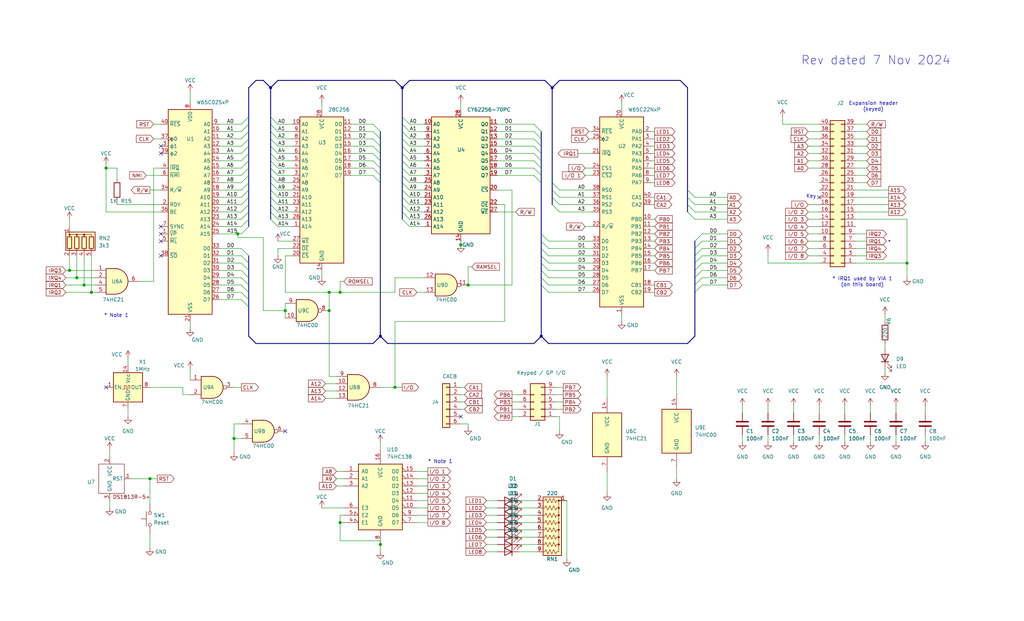
<source format=kicad_sch>
(kicad_sch (version 20231120) (generator "eeschema") (generator_version "8.0")
  (paper "USLegal")
  (junction (at 36.83 58.42))
  (junction (at 93.98 30.48))
  (junction (at 132.08 116.84))
  (junction (at 81.28 152.4))
  (junction (at 82.55 81.28))
  (junction (at 187.96 116.84))
  (junction (at 314.96 91.44))
  (junction (at 132.08 189.23))
  (junction (at 139.7 30.48))
  (junction (at 26.67 96.52))
  (junction (at 118.11 181.61))
  (junction (at 29.21 99.06))
  (junction (at 118.11 101.6))
  (junction (at 162.56 99.06))
  (junction (at 114.3 101.6))
  (junction (at 24.13 93.98))
  (junction (at 114.3 107.95))
  (junction (at 99.06 107.95))
  (junction (at 52.07 166.37))
  (junction (at 137.16 134.62))
  (junction (at 160.02 85.09))
  (junction (at 191.77 30.48))
  (junction (at 31.75 101.6))
  (no_connect (at 99.06 149.86))
  (no_connect (at 55.88 83.82))
  (no_connect (at 160.02 144.78))
  (no_connect (at 36.83 134.62))
  (no_connect (at 55.88 88.9))
  (no_connect (at 55.88 78.74))
  (no_connect (at 55.88 50.8))
  (no_connect (at 55.88 53.34))
  (no_connect (at 55.88 81.28))
  (no_connect (at 284.48 68.58))
  (bus_entry (at 187.96 86.36) (size 2.54 2.54))
  (bus_entry (at 83.82 88.9) (size 2.54 2.54))
  (bus_entry (at 93.98 50.8) (size 2.54 2.54))
  (bus_entry (at 86.36 78.74) (size -2.54 2.54))
  (bus_entry (at 83.82 68.58) (size 2.54 -2.54))
  (bus_entry (at 83.82 66.04) (size 2.54 -2.54))
  (bus_entry (at 139.7 63.5) (size 2.54 2.54))
  (bus_entry (at 129.54 45.72) (size 2.54 2.54))
  (bus_entry (at 93.98 76.2) (size 2.54 2.54))
  (bus_entry (at 129.54 50.8) (size 2.54 2.54))
  (bus_entry (at 83.82 55.88) (size 2.54 -2.54))
  (bus_entry (at 185.42 60.96) (size 2.54 2.54))
  (bus_entry (at 83.82 60.96) (size 2.54 -2.54))
  (bus_entry (at 83.82 53.34) (size 2.54 -2.54))
  (bus_entry (at 83.82 86.36) (size 2.54 2.54))
  (bus_entry (at 83.82 76.2) (size 2.54 -2.54))
  (bus_entry (at 241.3 86.36) (size 2.54 -2.54))
  (bus_entry (at 191.77 63.5) (size 2.54 2.54))
  (bus_entry (at 83.82 73.66) (size 2.54 -2.54))
  (bus_entry (at 139.7 66.04) (size 2.54 2.54))
  (bus_entry (at 139.7 43.18) (size 2.54 2.54))
  (bus_entry (at 129.54 53.34) (size 2.54 2.54))
  (bus_entry (at 129.54 55.88) (size 2.54 2.54))
  (bus_entry (at 83.82 96.52) (size 2.54 2.54))
  (bus_entry (at 83.82 63.5) (size 2.54 -2.54))
  (bus_entry (at 93.98 53.34) (size 2.54 2.54))
  (bus_entry (at 139.7 53.34) (size 2.54 2.54))
  (bus_entry (at 83.82 71.12) (size 2.54 -2.54))
  (bus_entry (at 241.3 83.82) (size 2.54 -2.54))
  (bus_entry (at 185.42 50.8) (size 2.54 2.54))
  (bus_entry (at 139.7 48.26) (size 2.54 2.54))
  (bus_entry (at 238.76 71.12) (size 2.54 2.54))
  (bus_entry (at 83.82 91.44) (size 2.54 2.54))
  (bus_entry (at 129.54 58.42) (size 2.54 2.54))
  (bus_entry (at 129.54 43.18) (size 2.54 2.54))
  (bus_entry (at 129.54 60.96) (size 2.54 2.54))
  (bus_entry (at 238.76 68.58) (size 2.54 2.54))
  (bus_entry (at 93.98 71.12) (size 2.54 2.54))
  (bus_entry (at 83.82 101.6) (size 2.54 2.54))
  (bus_entry (at 93.98 40.64) (size 2.54 2.54))
  (bus_entry (at 185.42 55.88) (size 2.54 2.54))
  (bus_entry (at 187.96 91.44) (size 2.54 2.54))
  (bus_entry (at 191.77 68.58) (size 2.54 2.54))
  (bus_entry (at 139.7 73.66) (size 2.54 2.54))
  (bus_entry (at 83.82 43.18) (size 2.54 -2.54))
  (bus_entry (at 83.82 78.74) (size 2.54 -2.54))
  (bus_entry (at 139.7 58.42) (size 2.54 2.54))
  (bus_entry (at 83.82 58.42) (size 2.54 -2.54))
  (bus_entry (at 187.96 93.98) (size 2.54 2.54))
  (bus_entry (at 238.76 66.04) (size 2.54 2.54))
  (bus_entry (at 93.98 45.72) (size 2.54 2.54))
  (bus_entry (at 93.98 58.42) (size 2.54 2.54))
  (bus_entry (at 191.77 71.12) (size 2.54 2.54))
  (bus_entry (at 139.7 60.96) (size 2.54 2.54))
  (bus_entry (at 241.3 101.6) (size 2.54 -2.54))
  (bus_entry (at 185.42 45.72) (size 2.54 2.54))
  (bus_entry (at 139.7 76.2) (size 2.54 2.54))
  (bus_entry (at 139.7 55.88) (size 2.54 2.54))
  (bus_entry (at 241.3 93.98) (size 2.54 -2.54))
  (bus_entry (at 185.42 48.26) (size 2.54 2.54))
  (bus_entry (at 139.7 45.72) (size 2.54 2.54))
  (bus_entry (at 83.82 104.14) (size 2.54 2.54))
  (bus_entry (at 83.82 93.98) (size 2.54 2.54))
  (bus_entry (at 93.98 48.26) (size 2.54 2.54))
  (bus_entry (at 93.98 43.18) (size 2.54 2.54))
  (bus_entry (at 241.3 99.06) (size 2.54 -2.54))
  (bus_entry (at 187.96 83.82) (size 2.54 2.54))
  (bus_entry (at 191.77 66.04) (size 2.54 2.54))
  (bus_entry (at 185.42 43.18) (size 2.54 2.54))
  (bus_entry (at 139.7 40.64) (size 2.54 2.54))
  (bus_entry (at 187.96 88.9) (size 2.54 2.54))
  (bus_entry (at 238.76 73.66) (size 2.54 2.54))
  (bus_entry (at 129.54 48.26) (size 2.54 2.54))
  (bus_entry (at 185.42 58.42) (size 2.54 2.54))
  (bus_entry (at 185.42 53.34) (size 2.54 2.54))
  (bus_entry (at 83.82 99.06) (size 2.54 2.54))
  (bus_entry (at 93.98 73.66) (size 2.54 2.54))
  (bus_entry (at 139.7 71.12) (size 2.54 2.54))
  (bus_entry (at 93.98 68.58) (size 2.54 2.54))
  (bus_entry (at 241.3 96.52) (size 2.54 -2.54))
  (bus_entry (at 93.98 66.04) (size 2.54 2.54))
  (bus_entry (at 93.98 60.96) (size 2.54 2.54))
  (bus_entry (at 83.82 48.26) (size 2.54 -2.54))
  (bus_entry (at 241.3 88.9) (size 2.54 -2.54))
  (bus_entry (at 139.7 50.8) (size 2.54 2.54))
  (bus_entry (at 83.82 50.8) (size 2.54 -2.54))
  (bus_entry (at 83.82 45.72) (size 2.54 -2.54))
  (bus_entry (at 187.96 81.28) (size 2.54 2.54))
  (bus_entry (at 93.98 63.5) (size 2.54 2.54))
  (bus_entry (at 241.3 91.44) (size 2.54 -2.54))
  (bus_entry (at 187.96 99.06) (size 2.54 2.54))
  (bus_entry (at 93.98 55.88) (size 2.54 2.54))
  (bus_entry (at 139.7 68.58) (size 2.54 2.54))
  (bus_entry (at 187.96 96.52) (size 2.54 2.54))
  (wire (pts (xy 243.84 81.28) (xy 252.73 81.28)))
  (wire (pts (xy 76.2 55.88) (xy 83.82 55.88)))
  (wire (pts (xy 118.11 179.07) (xy 119.38 179.07)))
  (wire (pts (xy 241.3 68.58) (xy 252.73 68.58)))
  (wire (pts (xy 160.02 147.32) (xy 162.56 147.32)))
  (bus (pts (xy 191.77 30.48) (xy 194.31 27.94)))
  (wire (pts (xy 243.84 93.98) (xy 252.73 93.98)))
  (bus (pts (xy 86.36 40.64) (xy 86.36 43.18)))
  (bus (pts (xy 86.36 48.26) (xy 86.36 50.8)))
  (wire (pts (xy 226.06 101.6) (xy 227.33 101.6)))
  (wire (pts (xy 297.18 76.2) (xy 314.96 76.2)))
  (bus (pts (xy 86.36 30.48) (xy 86.36 40.64)))
  (wire (pts (xy 226.06 60.96) (xy 227.33 60.96)))
  (wire (pts (xy 168.91 179.07) (xy 172.72 179.07)))
  (wire (pts (xy 114.3 130.81) (xy 116.84 130.81)))
  (wire (pts (xy 297.18 88.9) (xy 300.99 88.9)))
  (wire (pts (xy 241.3 73.66) (xy 252.73 73.66)))
  (wire (pts (xy 76.2 73.66) (xy 83.82 73.66)))
  (wire (pts (xy 114.3 107.95) (xy 114.3 130.81)))
  (wire (pts (xy 193.04 139.7) (xy 195.58 139.7)))
  (bus (pts (xy 187.96 50.8) (xy 187.96 53.34)))
  (wire (pts (xy 22.86 99.06) (xy 29.21 99.06)))
  (bus (pts (xy 241.3 86.36) (xy 241.3 88.9)))
  (wire (pts (xy 50.8 60.96) (xy 55.88 60.96)))
  (wire (pts (xy 284.48 151.13) (xy 284.48 153.67)))
  (bus (pts (xy 93.98 63.5) (xy 93.98 60.96)))
  (bus (pts (xy 187.96 60.96) (xy 187.96 63.5)))
  (wire (pts (xy 53.34 48.26) (xy 55.88 48.26)))
  (wire (pts (xy 180.34 191.77) (xy 186.69 191.77)))
  (bus (pts (xy 187.96 55.88) (xy 187.96 58.42)))
  (wire (pts (xy 243.84 88.9) (xy 252.73 88.9)))
  (wire (pts (xy 226.06 45.72) (xy 227.33 45.72)))
  (wire (pts (xy 280.67 50.8) (xy 284.48 50.8)))
  (wire (pts (xy 302.26 151.13) (xy 302.26 153.67)))
  (wire (pts (xy 280.67 83.82) (xy 284.48 83.82)))
  (wire (pts (xy 297.18 71.12) (xy 308.61 71.12)))
  (wire (pts (xy 215.9 109.22) (xy 215.9 111.76)))
  (wire (pts (xy 40.64 58.42) (xy 40.64 62.23)))
  (bus (pts (xy 93.98 71.12) (xy 93.98 68.58)))
  (wire (pts (xy 280.67 88.9) (xy 284.48 88.9)))
  (bus (pts (xy 88.9 27.94) (xy 91.44 27.94)))
  (wire (pts (xy 172.72 66.04) (xy 177.8 66.04)))
  (wire (pts (xy 142.24 60.96) (xy 147.32 60.96)))
  (bus (pts (xy 93.98 53.34) (xy 93.98 50.8)))
  (bus (pts (xy 93.98 58.42) (xy 93.98 55.88)))
  (bus (pts (xy 185.42 119.38) (xy 187.96 116.84)))
  (bus (pts (xy 86.36 106.68) (xy 86.36 116.84)))
  (wire (pts (xy 226.06 63.5) (xy 227.33 63.5)))
  (wire (pts (xy 226.06 99.06) (xy 227.33 99.06)))
  (wire (pts (xy 96.52 48.26) (xy 101.6 48.26)))
  (wire (pts (xy 297.18 55.88) (xy 300.99 55.88)))
  (wire (pts (xy 96.52 66.04) (xy 101.6 66.04)))
  (wire (pts (xy 257.81 140.97) (xy 257.81 143.51)))
  (bus (pts (xy 139.7 30.48) (xy 142.24 27.94)))
  (bus (pts (xy 187.96 91.44) (xy 187.96 93.98)))
  (wire (pts (xy 142.24 71.12) (xy 147.32 71.12)))
  (wire (pts (xy 177.8 66.04) (xy 177.8 99.06)))
  (wire (pts (xy 280.67 76.2) (xy 284.48 76.2)))
  (wire (pts (xy 76.2 93.98) (xy 83.82 93.98)))
  (wire (pts (xy 194.31 68.58) (xy 205.74 68.58)))
  (wire (pts (xy 113.03 135.89) (xy 116.84 135.89)))
  (bus (pts (xy 93.98 55.88) (xy 93.98 53.34)))
  (bus (pts (xy 132.08 63.5) (xy 132.08 116.84)))
  (wire (pts (xy 172.72 50.8) (xy 185.42 50.8)))
  (wire (pts (xy 83.82 147.32) (xy 81.28 147.32)))
  (wire (pts (xy 226.06 68.58) (xy 227.33 68.58)))
  (wire (pts (xy 121.92 43.18) (xy 129.54 43.18)))
  (wire (pts (xy 121.92 60.96) (xy 129.54 60.96)))
  (bus (pts (xy 187.96 63.5) (xy 187.96 81.28)))
  (wire (pts (xy 284.48 91.44) (xy 266.7 91.44)))
  (wire (pts (xy 172.72 58.42) (xy 185.42 58.42)))
  (bus (pts (xy 194.31 27.94) (xy 236.22 27.94)))
  (wire (pts (xy 297.18 83.82) (xy 300.99 83.82)))
  (wire (pts (xy 243.84 96.52) (xy 252.73 96.52)))
  (wire (pts (xy 22.86 101.6) (xy 31.75 101.6)))
  (bus (pts (xy 187.96 99.06) (xy 187.96 116.84)))
  (bus (pts (xy 139.7 48.26) (xy 139.7 50.8)))
  (wire (pts (xy 210.82 163.83) (xy 210.82 171.45)))
  (bus (pts (xy 93.98 60.96) (xy 93.98 58.42)))
  (wire (pts (xy 76.2 78.74) (xy 83.82 78.74)))
  (wire (pts (xy 243.84 91.44) (xy 252.73 91.44)))
  (wire (pts (xy 226.06 50.8) (xy 227.33 50.8)))
  (bus (pts (xy 139.7 43.18) (xy 139.7 45.72)))
  (wire (pts (xy 275.59 140.97) (xy 275.59 143.51)))
  (bus (pts (xy 139.7 55.88) (xy 139.7 58.42)))
  (wire (pts (xy 38.1 173.99) (xy 38.1 176.53)))
  (bus (pts (xy 191.77 66.04) (xy 191.77 68.58)))
  (bus (pts (xy 86.36 58.42) (xy 86.36 60.96)))
  (wire (pts (xy 160.02 35.56) (xy 160.02 38.1)))
  (wire (pts (xy 271.78 40.64) (xy 271.78 43.18)))
  (wire (pts (xy 280.67 55.88) (xy 284.48 55.88)))
  (wire (pts (xy 121.92 58.42) (xy 129.54 58.42)))
  (wire (pts (xy 121.92 50.8) (xy 129.54 50.8)))
  (wire (pts (xy 180.34 181.61) (xy 186.69 181.61)))
  (bus (pts (xy 238.76 119.38) (xy 241.3 116.84)))
  (wire (pts (xy 132.08 134.62) (xy 137.16 134.62)))
  (bus (pts (xy 132.08 116.84) (xy 134.62 119.38)))
  (wire (pts (xy 52.07 134.62) (xy 63.5 134.62)))
  (wire (pts (xy 193.04 134.62) (xy 195.58 134.62)))
  (bus (pts (xy 191.77 30.48) (xy 191.77 63.5)))
  (wire (pts (xy 118.11 97.79) (xy 118.11 101.6)))
  (wire (pts (xy 40.64 69.85) (xy 40.64 71.12)))
  (bus (pts (xy 139.7 45.72) (xy 139.7 48.26)))
  (bus (pts (xy 139.7 50.8) (xy 139.7 53.34)))
  (wire (pts (xy 137.16 96.52) (xy 137.16 101.6)))
  (wire (pts (xy 234.95 130.81) (xy 234.95 137.16)))
  (wire (pts (xy 302.26 140.97) (xy 302.26 143.51)))
  (wire (pts (xy 144.78 176.53) (xy 148.59 176.53)))
  (wire (pts (xy 142.24 50.8) (xy 147.32 50.8)))
  (wire (pts (xy 45.72 166.37) (xy 52.07 166.37)))
  (bus (pts (xy 139.7 58.42) (xy 139.7 60.96)))
  (wire (pts (xy 194.31 144.78) (xy 194.31 149.86)))
  (wire (pts (xy 180.34 173.99) (xy 186.69 173.99)))
  (wire (pts (xy 132.08 189.23) (xy 132.08 191.77)))
  (wire (pts (xy 297.18 43.18) (xy 300.99 43.18)))
  (wire (pts (xy 275.59 151.13) (xy 275.59 153.67)))
  (wire (pts (xy 297.18 53.34) (xy 300.99 53.34)))
  (wire (pts (xy 36.83 58.42) (xy 40.64 58.42)))
  (wire (pts (xy 66.04 111.76) (xy 66.04 114.3)))
  (wire (pts (xy 29.21 99.06) (xy 33.02 99.06)))
  (bus (pts (xy 132.08 53.34) (xy 132.08 55.88)))
  (wire (pts (xy 297.18 81.28) (xy 300.99 81.28)))
  (wire (pts (xy 266.7 151.13) (xy 266.7 153.67)))
  (wire (pts (xy 121.92 45.72) (xy 129.54 45.72)))
  (wire (pts (xy 142.24 78.74) (xy 147.32 78.74)))
  (bus (pts (xy 139.7 53.34) (xy 139.7 55.88)))
  (wire (pts (xy 203.2 78.74) (xy 205.74 78.74)))
  (wire (pts (xy 160.02 85.09) (xy 160.02 86.36)))
  (wire (pts (xy 76.2 96.52) (xy 83.82 96.52)))
  (wire (pts (xy 297.18 86.36) (xy 300.99 86.36)))
  (bus (pts (xy 187.96 116.84) (xy 190.5 119.38)))
  (wire (pts (xy 137.16 111.76) (xy 175.26 111.76)))
  (wire (pts (xy 81.28 147.32) (xy 81.28 152.4)))
  (bus (pts (xy 238.76 66.04) (xy 238.76 68.58)))
  (bus (pts (xy 187.96 93.98) (xy 187.96 96.52)))
  (bus (pts (xy 86.36 99.06) (xy 86.36 101.6)))
  (bus (pts (xy 139.7 63.5) (xy 139.7 66.04)))
  (wire (pts (xy 297.18 48.26) (xy 300.99 48.26)))
  (bus (pts (xy 139.7 60.96) (xy 139.7 63.5)))
  (wire (pts (xy 321.31 151.13) (xy 321.31 153.67)))
  (bus (pts (xy 139.7 66.04) (xy 139.7 68.58)))
  (wire (pts (xy 297.18 66.04) (xy 308.61 66.04)))
  (bus (pts (xy 137.16 27.94) (xy 139.7 30.48)))
  (wire (pts (xy 36.83 58.42) (xy 36.83 73.66)))
  (bus (pts (xy 187.96 83.82) (xy 187.96 86.36)))
  (wire (pts (xy 266.7 140.97) (xy 266.7 143.51)))
  (wire (pts (xy 76.2 91.44) (xy 83.82 91.44)))
  (wire (pts (xy 96.52 43.18) (xy 101.6 43.18)))
  (wire (pts (xy 40.64 71.12) (xy 55.88 71.12)))
  (bus (pts (xy 139.7 40.64) (xy 139.7 43.18)))
  (wire (pts (xy 96.52 71.12) (xy 101.6 71.12)))
  (wire (pts (xy 280.67 78.74) (xy 284.48 78.74)))
  (wire (pts (xy 29.21 88.9) (xy 29.21 99.06)))
  (wire (pts (xy 280.67 45.72) (xy 284.48 45.72)))
  (wire (pts (xy 280.67 71.12) (xy 284.48 71.12)))
  (wire (pts (xy 76.2 68.58) (xy 83.82 68.58)))
  (wire (pts (xy 280.67 53.34) (xy 284.48 53.34)))
  (wire (pts (xy 52.07 66.04) (xy 55.88 66.04)))
  (wire (pts (xy 193.04 144.78) (xy 194.31 144.78)))
  (wire (pts (xy 76.2 88.9) (xy 83.82 88.9)))
  (wire (pts (xy 177.8 139.7) (xy 180.34 139.7)))
  (wire (pts (xy 144.78 179.07) (xy 148.59 179.07)))
  (wire (pts (xy 168.91 176.53) (xy 172.72 176.53)))
  (wire (pts (xy 226.06 91.44) (xy 227.33 91.44)))
  (wire (pts (xy 142.24 66.04) (xy 147.32 66.04)))
  (bus (pts (xy 86.36 73.66) (xy 86.36 76.2)))
  (bus (pts (xy 236.22 27.94) (xy 238.76 30.48)))
  (bus (pts (xy 241.3 96.52) (xy 241.3 99.06)))
  (wire (pts (xy 44.45 142.24) (xy 44.45 144.78)))
  (wire (pts (xy 144.78 168.91) (xy 148.59 168.91)))
  (bus (pts (xy 132.08 58.42) (xy 132.08 60.96)))
  (wire (pts (xy 76.2 60.96) (xy 83.82 60.96)))
  (wire (pts (xy 76.2 63.5) (xy 83.82 63.5)))
  (wire (pts (xy 113.03 138.43) (xy 116.84 138.43)))
  (wire (pts (xy 44.45 124.46) (xy 44.45 127)))
  (wire (pts (xy 160.02 137.16) (xy 161.29 137.16)))
  (bus (pts (xy 93.98 48.26) (xy 93.98 45.72)))
  (wire (pts (xy 168.91 184.15) (xy 172.72 184.15)))
  (wire (pts (xy 142.24 45.72) (xy 147.32 45.72)))
  (wire (pts (xy 193.04 142.24) (xy 195.58 142.24)))
  (bus (pts (xy 241.3 99.06) (xy 241.3 101.6)))
  (wire (pts (xy 76.2 45.72) (xy 83.82 45.72)))
  (wire (pts (xy 172.72 55.88) (xy 185.42 55.88)))
  (wire (pts (xy 226.06 53.34) (xy 227.33 53.34)))
  (bus (pts (xy 86.36 104.14) (xy 86.36 106.68)))
  (wire (pts (xy 63.5 134.62) (xy 63.5 137.16)))
  (wire (pts (xy 99.06 88.9) (xy 99.06 101.6)))
  (bus (pts (xy 187.96 53.34) (xy 187.96 55.88)))
  (bus (pts (xy 86.36 71.12) (xy 86.36 73.66)))
  (bus (pts (xy 241.3 88.9) (xy 241.3 91.44)))
  (wire (pts (xy 31.75 88.9) (xy 31.75 101.6)))
  (wire (pts (xy 76.2 66.04) (xy 83.82 66.04)))
  (wire (pts (xy 118.11 181.61) (xy 119.38 181.61)))
  (wire (pts (xy 99.06 101.6) (xy 114.3 101.6)))
  (bus (pts (xy 142.24 27.94) (xy 189.23 27.94)))
  (wire (pts (xy 180.34 186.69) (xy 186.69 186.69)))
  (bus (pts (xy 86.36 45.72) (xy 86.36 48.26)))
  (wire (pts (xy 280.67 86.36) (xy 284.48 86.36)))
  (wire (pts (xy 297.18 60.96) (xy 300.99 60.96)))
  (bus (pts (xy 86.36 101.6) (xy 86.36 104.14)))
  (wire (pts (xy 142.24 58.42) (xy 147.32 58.42)))
  (wire (pts (xy 190.5 83.82) (xy 205.74 83.82)))
  (wire (pts (xy 137.16 111.76) (xy 137.16 134.62)))
  (wire (pts (xy 96.52 73.66) (xy 101.6 73.66)))
  (wire (pts (xy 113.03 133.35) (xy 116.84 133.35)))
  (wire (pts (xy 76.2 81.28) (xy 82.55 81.28)))
  (wire (pts (xy 53.34 43.18) (xy 55.88 43.18)))
  (bus (pts (xy 241.3 101.6) (xy 241.3 116.84)))
  (bus (pts (xy 96.52 27.94) (xy 137.16 27.94)))
  (bus (pts (xy 86.36 43.18) (xy 86.36 45.72)))
  (bus (pts (xy 93.98 73.66) (xy 93.98 71.12)))
  (wire (pts (xy 142.24 68.58) (xy 147.32 68.58)))
  (wire (pts (xy 168.91 173.99) (xy 172.72 173.99)))
  (wire (pts (xy 142.24 48.26) (xy 147.32 48.26)))
  (wire (pts (xy 96.52 68.58) (xy 101.6 68.58)))
  (wire (pts (xy 162.56 92.71) (xy 163.83 92.71)))
  (wire (pts (xy 81.28 134.62) (xy 83.82 134.62)))
  (bus (pts (xy 189.23 27.94) (xy 191.77 30.48)))
  (wire (pts (xy 22.86 93.98) (xy 24.13 93.98)))
  (wire (pts (xy 142.24 73.66) (xy 147.32 73.66)))
  (wire (pts (xy 160.02 142.24) (xy 161.29 142.24)))
  (wire (pts (xy 111.76 176.53) (xy 119.38 176.53)))
  (bus (pts (xy 86.36 63.5) (xy 86.36 66.04)))
  (wire (pts (xy 280.67 81.28) (xy 284.48 81.28)))
  (wire (pts (xy 144.78 101.6) (xy 147.32 101.6)))
  (wire (pts (xy 168.91 186.69) (xy 172.72 186.69)))
  (wire (pts (xy 91.44 82.55) (xy 91.44 107.95)))
  (wire (pts (xy 204.47 45.72) (xy 205.74 45.72)))
  (wire (pts (xy 180.34 189.23) (xy 186.69 189.23)))
  (wire (pts (xy 96.52 53.34) (xy 101.6 53.34)))
  (wire (pts (xy 241.3 71.12) (xy 252.73 71.12)))
  (wire (pts (xy 226.06 93.98) (xy 227.33 93.98)))
  (wire (pts (xy 200.66 53.34) (xy 205.74 53.34)))
  (wire (pts (xy 36.83 73.66) (xy 55.88 73.66)))
  (bus (pts (xy 93.98 66.04) (xy 93.98 63.5)))
  (bus (pts (xy 93.98 50.8) (xy 93.98 48.26)))
  (wire (pts (xy 52.07 185.42) (xy 52.07 190.5)))
  (bus (pts (xy 187.96 45.72) (xy 187.96 48.26)))
  (wire (pts (xy 81.28 152.4) (xy 81.28 157.48)))
  (wire (pts (xy 190.5 96.52) (xy 205.74 96.52)))
  (wire (pts (xy 168.91 181.61) (xy 172.72 181.61)))
  (bus (pts (xy 86.36 66.04) (xy 86.36 68.58)))
  (wire (pts (xy 22.86 96.52) (xy 26.67 96.52)))
  (wire (pts (xy 226.06 76.2) (xy 227.33 76.2)))
  (bus (pts (xy 86.36 60.96) (xy 86.36 63.5)))
  (wire (pts (xy 311.15 140.97) (xy 311.15 143.51)))
  (bus (pts (xy 134.62 119.38) (xy 185.42 119.38)))
  (wire (pts (xy 76.2 86.36) (xy 83.82 86.36)))
  (bus (pts (xy 93.98 30.48) (xy 93.98 40.64)))
  (bus (pts (xy 187.96 86.36) (xy 187.96 88.9)))
  (bus (pts (xy 86.36 93.98) (xy 86.36 96.52)))
  (wire (pts (xy 111.76 35.56) (xy 111.76 38.1)))
  (wire (pts (xy 121.92 55.88) (xy 129.54 55.88)))
  (wire (pts (xy 144.78 163.83) (xy 148.59 163.83)))
  (wire (pts (xy 190.5 86.36) (xy 205.74 86.36)))
  (wire (pts (xy 180.34 176.53) (xy 186.69 176.53)))
  (wire (pts (xy 297.18 73.66) (xy 308.61 73.66)))
  (bus (pts (xy 238.76 71.12) (xy 238.76 73.66)))
  (bus (pts (xy 139.7 71.12) (xy 139.7 73.66)))
  (wire (pts (xy 280.67 48.26) (xy 284.48 48.26)))
  (bus (pts (xy 238.76 68.58) (xy 238.76 71.12)))
  (wire (pts (xy 160.02 134.62) (xy 161.29 134.62)))
  (wire (pts (xy 52.07 166.37) (xy 54.61 166.37)))
  (wire (pts (xy 114.3 101.6) (xy 118.11 101.6)))
  (wire (pts (xy 142.24 63.5) (xy 147.32 63.5)))
  (wire (pts (xy 226.06 78.74) (xy 227.33 78.74)))
  (bus (pts (xy 86.36 76.2) (xy 86.36 78.74)))
  (bus (pts (xy 190.5 119.38) (xy 238.76 119.38)))
  (bus (pts (xy 93.98 43.18) (xy 93.98 40.64)))
  (wire (pts (xy 96.52 76.2) (xy 101.6 76.2)))
  (wire (pts (xy 284.48 43.18) (xy 271.78 43.18)))
  (wire (pts (xy 177.8 144.78) (xy 180.34 144.78)))
  (bus (pts (xy 132.08 60.96) (xy 132.08 63.5)))
  (wire (pts (xy 297.18 63.5) (xy 300.99 63.5)))
  (wire (pts (xy 226.06 86.36) (xy 227.33 86.36)))
  (bus (pts (xy 241.3 91.44) (xy 241.3 93.98)))
  (bus (pts (xy 129.54 119.38) (xy 132.08 116.84)))
  (wire (pts (xy 118.11 97.79) (xy 119.38 97.79)))
  (bus (pts (xy 86.36 88.9) (xy 86.36 91.44)))
  (wire (pts (xy 226.06 55.88) (xy 227.33 55.88)))
  (wire (pts (xy 172.72 73.66) (xy 179.07 73.66)))
  (bus (pts (xy 93.98 30.48) (xy 96.52 27.94)))
  (wire (pts (xy 172.72 43.18) (xy 185.42 43.18)))
  (wire (pts (xy 76.2 48.26) (xy 83.82 48.26)))
  (wire (pts (xy 160.02 83.82) (xy 160.02 85.09)))
  (wire (pts (xy 226.06 88.9) (xy 227.33 88.9)))
  (bus (pts (xy 187.96 58.42) (xy 187.96 60.96)))
  (wire (pts (xy 172.72 48.26) (xy 185.42 48.26)))
  (bus (pts (xy 86.36 116.84) (xy 88.9 119.38)))
  (wire (pts (xy 172.72 53.34) (xy 185.42 53.34)))
  (wire (pts (xy 76.2 76.2) (xy 83.82 76.2)))
  (bus (pts (xy 93.98 45.72) (xy 93.98 43.18)))
  (bus (pts (xy 187.96 96.52) (xy 187.96 99.06)))
  (wire (pts (xy 162.56 92.71) (xy 162.56 99.06)))
  (bus (pts (xy 139.7 73.66) (xy 139.7 76.2)))
  (bus (pts (xy 93.98 76.2) (xy 93.98 73.66)))
  (wire (pts (xy 226.06 48.26) (xy 227.33 48.26)))
  (wire (pts (xy 175.26 71.12) (xy 175.26 111.76)))
  (wire (pts (xy 172.72 71.12) (xy 175.26 71.12)))
  (wire (pts (xy 144.78 173.99) (xy 148.59 173.99)))
  (wire (pts (xy 81.28 152.4) (xy 83.82 152.4)))
  (wire (pts (xy 234.95 162.56) (xy 234.95 166.37)))
  (wire (pts (xy 168.91 189.23) (xy 172.72 189.23)))
  (bus (pts (xy 132.08 55.88) (xy 132.08 58.42)))
  (wire (pts (xy 96.52 86.36) (xy 101.6 86.36)))
  (wire (pts (xy 91.44 107.95) (xy 99.06 107.95)))
  (wire (pts (xy 118.11 101.6) (xy 137.16 101.6)))
  (wire (pts (xy 76.2 58.42) (xy 83.82 58.42)))
  (wire (pts (xy 99.06 88.9) (xy 101.6 88.9)))
  (wire (pts (xy 257.81 151.13) (xy 257.81 153.67)))
  (wire (pts (xy 196.85 173.99) (xy 196.85 194.31)))
  (wire (pts (xy 48.26 97.79) (xy 53.34 97.79)))
  (wire (pts (xy 284.48 140.97) (xy 284.48 143.51)))
  (wire (pts (xy 297.18 50.8) (xy 300.99 50.8)))
  (wire (pts (xy 114.3 101.6) (xy 114.3 107.95)))
  (wire (pts (xy 314.96 76.2) (xy 314.96 91.44)))
  (wire (pts (xy 24.13 88.9) (xy 24.13 93.98)))
  (wire (pts (xy 162.56 147.32) (xy 162.56 148.59)))
  (wire (pts (xy 118.11 179.07) (xy 118.11 181.61)))
  (wire (pts (xy 66.04 31.75) (xy 66.04 35.56)))
  (wire (pts (xy 194.31 71.12) (xy 205.74 71.12)))
  (wire (pts (xy 297.18 91.44) (xy 314.96 91.44)))
  (wire (pts (xy 321.31 140.97) (xy 321.31 143.51)))
  (bus (pts (xy 187.96 48.26) (xy 187.96 50.8)))
  (bus (pts (xy 86.36 68.58) (xy 86.36 71.12)))
  (wire (pts (xy 266.7 87.63) (xy 266.7 91.44)))
  (wire (pts (xy 314.96 91.44) (xy 314.96 96.52)))
  (wire (pts (xy 82.55 81.28) (xy 83.82 81.28)))
  (wire (pts (xy 52.07 166.37) (xy 52.07 175.26)))
  (wire (pts (xy 160.02 139.7) (xy 161.29 139.7)))
  (bus (pts (xy 191.77 68.58) (xy 191.77 71.12)))
  (wire (pts (xy 142.24 43.18) (xy 147.32 43.18)))
  (bus (pts (xy 241.3 83.82) (xy 241.3 86.36)))
  (wire (pts (xy 297.18 45.72) (xy 300.99 45.72)))
  (bus (pts (xy 91.44 27.94) (xy 93.98 30.48)))
  (bus (pts (xy 86.36 50.8) (xy 86.36 53.34)))
  (wire (pts (xy 142.24 53.34) (xy 147.32 53.34)))
  (wire (pts (xy 76.2 101.6) (xy 83.82 101.6)))
  (wire (pts (xy 121.92 48.26) (xy 129.54 48.26)))
  (bus (pts (xy 93.98 68.58) (xy 93.98 66.04)))
  (wire (pts (xy 96.52 78.74) (xy 101.6 78.74)))
  (wire (pts (xy 116.84 168.91) (xy 119.38 168.91)))
  (wire (pts (xy 137.16 96.52) (xy 147.32 96.52)))
  (wire (pts (xy 180.34 184.15) (xy 186.69 184.15)))
  (wire (pts (xy 243.84 86.36) (xy 252.73 86.36)))
  (wire (pts (xy 142.24 55.88) (xy 147.32 55.88)))
  (wire (pts (xy 177.8 142.24) (xy 180.34 142.24)))
  (wire (pts (xy 116.84 163.83) (xy 119.38 163.83)))
  (wire (pts (xy 96.52 83.82) (xy 101.6 83.82)))
  (wire (pts (xy 76.2 53.34) (xy 83.82 53.34)))
  (wire (pts (xy 203.2 58.42) (xy 205.74 58.42)))
  (bus (pts (xy 139.7 68.58) (xy 139.7 71.12)))
  (wire (pts (xy 226.06 71.12) (xy 227.33 71.12)))
  (wire (pts (xy 144.78 166.37) (xy 148.59 166.37)))
  (wire (pts (xy 241.3 76.2) (xy 252.73 76.2)))
  (wire (pts (xy 311.15 151.13) (xy 311.15 153.67)))
  (wire (pts (xy 99.06 107.95) (xy 99.06 110.49)))
  (wire (pts (xy 293.37 151.13) (xy 293.37 153.67)))
  (wire (pts (xy 118.11 181.61) (xy 118.11 187.96)))
  (wire (pts (xy 82.55 82.55) (xy 91.44 82.55)))
  (bus (pts (xy 86.36 96.52) (xy 86.36 99.06)))
  (bus (pts (xy 86.36 91.44) (xy 86.36 93.98)))
  (bus (pts (xy 238.76 30.48) (xy 238.76 66.04)))
  (bus (pts (xy 86.36 30.48) (xy 88.9 27.94)))
  (bus (pts (xy 191.77 63.5) (xy 191.77 66.04)))
  (wire (pts (xy 190.5 99.06) (xy 205.74 99.06)))
  (wire (pts (xy 66.04 128.27) (xy 66.04 132.08)))
  (wire (pts (xy 24.13 76.2) (xy 24.13 78.74)))
  (wire (pts (xy 76.2 104.14) (xy 83.82 104.14)))
  (bus (pts (xy 241.3 93.98) (xy 241.3 96.52)))
  (wire (pts (xy 243.84 99.06) (xy 252.73 99.06)))
  (wire (pts (xy 76.2 43.18) (xy 83.82 43.18)))
  (wire (pts (xy 96.52 63.5) (xy 101.6 63.5)))
  (bus (pts (xy 86.36 55.88) (xy 86.36 58.42)))
  (wire (pts (xy 76.2 71.12) (xy 83.82 71.12)))
  (wire (pts (xy 280.67 58.42) (xy 284.48 58.42)))
  (wire (pts (xy 26.67 88.9) (xy 26.67 96.52)))
  (bus (pts (xy 139.7 30.48) (xy 139.7 40.64)))
  (wire (pts (xy 26.67 96.52) (xy 33.02 96.52)))
  (wire (pts (xy 193.04 137.16) (xy 195.58 137.16)))
  (wire (pts (xy 190.5 88.9) (xy 205.74 88.9)))
  (wire (pts (xy 172.72 45.72) (xy 185.42 45.72)))
  (bus (pts (xy 88.9 119.38) (xy 129.54 119.38)))
  (wire (pts (xy 204.47 48.26) (xy 205.74 48.26)))
  (wire (pts (xy 144.78 171.45) (xy 148.59 171.45)))
  (wire (pts (xy 137.16 134.62) (xy 139.7 134.62)))
  (wire (pts (xy 132.08 187.96) (xy 132.08 189.23)))
  (wire (pts (xy 53.34 58.42) (xy 55.88 58.42)))
  (wire (pts (xy 226.06 58.42) (xy 227.33 58.42)))
  (wire (pts (xy 76.2 99.06) (xy 83.82 99.06)))
  (wire (pts (xy 297.18 58.42) (xy 300.99 58.42)))
  (wire (pts (xy 144.78 181.61) (xy 148.59 181.61)))
  (wire (pts (xy 99.06 105.41) (xy 99.06 107.95)))
  (wire (pts (xy 177.8 137.16) (xy 180.34 137.16)))
  (wire (pts (xy 96.52 50.8) (xy 101.6 50.8)))
  (wire (pts (xy 82.55 81.28) (xy 82.55 82.55)))
  (wire (pts (xy 162.56 99.06) (xy 177.8 99.06)))
  (wire (pts (xy 226.06 81.28) (xy 227.33 81.28)))
  (wire (pts (xy 96.52 86.36) (xy 96.52 88.9)))
  (wire (pts (xy 96.52 60.96) (xy 101.6 60.96)))
  (wire (pts (xy 38.1 156.21) (xy 38.1 158.75)))
  (wire (pts (xy 96.52 45.72) (xy 101.6 45.72)))
  (wire (pts (xy 31.75 101.6) (xy 33.02 101.6)))
  (wire (pts (xy 210.82 130.81) (xy 210.82 138.43)))
  (bus (pts (xy 132.08 48.26) (xy 132.08 50.8)))
  (wire (pts (xy 96.52 55.88) (xy 101.6 55.88)))
  (wire (pts (xy 96.52 58.42) (xy 101.6 58.42)))
  (wire (pts (xy 132.08 153.67) (xy 132.08 156.21)))
  (bus (pts (xy 187.96 88.9) (xy 187.96 91.44)))
  (wire (pts (xy 307.34 119.38) (xy 307.34 120.65)))
  (wire (pts (xy 142.24 76.2) (xy 147.32 76.2)))
  (wire (pts (xy 226.06 83.82) (xy 227.33 83.82)))
  (wire (pts (xy 215.9 35.56) (xy 215.9 38.1)))
  (wire (pts (xy 194.31 66.04) (xy 205.74 66.04)))
  (wire (pts (xy 194.31 73.66) (xy 205.74 73.66)))
  (wire (pts (xy 180.34 179.07) (xy 186.69 179.07)))
  (wire (pts (xy 168.91 191.77) (xy 172.72 191.77)))
  (wire (pts (xy 66.04 137.16) (xy 63.5 137.16)))
  (wire (pts (xy 190.5 91.44) (xy 205.74 91.44)))
  (wire (pts (xy 243.84 83.82) (xy 252.73 83.82)))
  (wire (pts (xy 190.5 93.98) (xy 205.74 93.98)))
  (wire (pts (xy 111.76 93.98) (xy 111.76 96.52)))
  (wire (pts (xy 121.92 53.34) (xy 129.54 53.34)))
  (wire (pts (xy 307.34 128.27) (xy 307.34 129.54)))
  (wire (pts (xy 297.18 68.58) (xy 308.61 68.58)))
  (wire (pts (xy 24.13 93.98) (xy 33.02 93.98)))
  (wire (pts (xy 116.84 166.37) (xy 119.38 166.37)))
  (wire (pts (xy 36.83 57.15) (xy 36.83 58.42)))
  (wire (pts (xy 293.37 140.97) (xy 293.37 143.51)))
  (bus (pts (xy 86.36 53.34) (xy 86.36 55.88)))
  (wire (pts (xy 307.34 109.22) (xy 307.34 111.76)))
  (wire (pts (xy 172.72 60.96) (xy 185.42 60.96)))
  (wire (pts (xy 76.2 50.8) (xy 83.82 50.8)))
  (bus (pts (xy 132.08 45.72) (xy 132.08 48.26)))
  (bus (pts (xy 132.08 50.8) (xy 132.08 53.34)))
  (wire (pts (xy 190.5 101.6) (xy 205.74 101.6)))
  (wire (pts (xy 203.2 60.96) (xy 205.74 60.96)))
  (wire (pts (xy 53.34 58.42) (xy 53.34 97.79)))
  (bus (pts (xy 187.96 81.28) (xy 187.96 83.82)))
  (wire (pts (xy 118.11 187.96) (xy 132.08 187.96)))
  (wire (pts (xy 280.67 73.66) (xy 284.48 73.66)))
  (text "Key" (at 281.686 68.326 0) (effects (font (size 1.27 1.27))))
  (text "*" (at 308.864 84.328 0) (effects (font (size 1.27 1.27))))
  (text "Expansion header\n(keyed)" (at 303.276 37.084 0) (effects (font (size 1.27 1.27))))
  (text "* Note 1" (at 148.59 161.29 0) (effects (font (size 1.27 1.27)) (justify left bottom)))
  (text "* Note 1" (at 36.068 110.49 0) (effects (font (size 1.27 1.27)) (justify left bottom)))
  (text "* IRQ1 used by VIA 1\n(on this board)" (at 299.466 98.044 0) (effects (font (size 1.27 1.27))))
  (text "Rev dated 7 Nov 2024" (at 278.13 22.86 0) (effects (font (size 3 3)) (justify left bottom)))
  (label "D0" (at 200.66 83.82 0))
  (label "A6" (at 96.52 58.42 0))
  (label "D3" (at 175.26 50.8 0))
  (label "A1" (at 96.52 45.72 0))
  (label "A1" (at 246.38 71.12 0))
  (label "A3" (at 200.66 73.66 0))
  (label "A14" (at 96.52 78.74 0))
  (label "A7" (at 142.24 60.96 0))
  (label "A13" (at 78.74 76.2 0))
  (label "A2" (at 78.74 48.26 0))
  (label "D4" (at 246.38 91.44 0))
  (label "A1" (at 142.24 45.72 0))
  (label "D7" (at 200.66 101.6 0))
  (label "D7" (at 175.26 60.96 0))
  (label "D6" (at 246.38 96.52 0))
  (label "D2" (at 246.38 86.36 0))
  (label "D5" (at 78.74 99.06 0))
  (label "D5" (at 246.38 93.98 0))
  (label "A12" (at 142.24 73.66 0))
  (label "D1" (at 175.26 45.72 0))
  (label "A9" (at 96.52 66.04 0))
  (label "D0" (at 78.74 86.36 0))
  (label "D4" (at 124.46 53.34 0))
  (label "A10" (at 142.24 68.58 0))
  (label "D2" (at 200.66 88.9 0))
  (label "A3" (at 246.38 76.2 0))
  (label "D1" (at 124.46 45.72 0))
  (label "D0" (at 124.46 43.18 0))
  (label "A14" (at 78.74 78.74 0))
  (label "A2" (at 200.66 71.12 0))
  (label "A1" (at 78.74 45.72 0))
  (label "A0" (at 96.52 43.18 0))
  (label "D6" (at 124.46 58.42 0))
  (label "A15" (at 82.55 81.28 180))
  (label "A1" (at 200.66 68.58 0))
  (label "A2" (at 96.52 48.26 0))
  (label "A3" (at 96.52 50.8 0))
  (label "A9" (at 142.24 66.04 0))
  (label "A5" (at 96.52 55.88 0))
  (label "A4" (at 96.52 53.34 0))
  (label "D1" (at 246.38 83.82 0))
  (label "A13" (at 96.52 76.2 0))
  (label "A2" (at 246.38 73.66 0))
  (label "A8" (at 142.24 63.5 0))
  (label "A6" (at 78.74 58.42 0))
  (label "A8" (at 96.52 63.5 0))
  (label "A3" (at 142.24 50.8 0))
  (label "A13" (at 142.24 76.2 0))
  (label "D3" (at 246.38 88.9 0))
  (label "D5" (at 200.66 96.52 0))
  (label "D4" (at 78.74 96.52 0))
  (label "D3" (at 124.46 50.8 0))
  (label "D6" (at 200.66 99.06 0))
  (label "D7" (at 246.38 99.06 0))
  (label "D2" (at 124.46 48.26 0))
  (label "D3" (at 200.66 91.44 0))
  (label "A4" (at 78.74 53.34 0))
  (label "A8" (at 78.74 63.5 0))
  (label "A0" (at 142.24 43.18 0))
  (label "D5" (at 175.26 55.88 0))
  (label "A4" (at 142.24 53.34 0))
  (label "D4" (at 175.26 53.34 0))
  (label "D6" (at 175.26 58.42 0))
  (label "A11" (at 78.74 71.12 0))
  (label "D2" (at 78.74 91.44 0))
  (label "A11" (at 142.24 71.12 0))
  (label "A10" (at 96.52 68.58 0))
  (label "A10" (at 78.74 68.58 0))
  (label "D1" (at 200.66 86.36 0))
  (label "A9" (at 78.74 66.04 0))
  (label "A5" (at 142.24 55.88 0))
  (label "A5" (at 78.74 55.88 0))
  (label "A12" (at 96.52 73.66 0))
  (label "D3" (at 78.74 93.98 0))
  (label "D7" (at 78.74 104.14 0))
  (label "A0" (at 246.38 68.58 0))
  (label "A3" (at 78.74 50.8 0))
  (label "A11" (at 96.52 71.12 0))
  (label "D0" (at 246.38 81.28 0))
  (label "D0" (at 175.26 43.18 0))
  (label "A14" (at 142.24 78.74 0))
  (label "A0" (at 200.66 66.04 0))
  (label "D4" (at 200.66 93.98 0))
  (label "D1" (at 78.74 88.9 0))
  (label "D2" (at 175.26 48.26 0))
  (label "D6" (at 78.74 101.6 0))
  (label "A2" (at 142.24 48.26 0))
  (label "D7" (at 124.46 60.96 0))
  (label "A6" (at 142.24 58.42 0))
  (label "A12" (at 78.74 73.66 0))
  (label "A7" (at 78.74 60.96 0))
  (label "D5" (at 124.46 55.88 0))
  (label "A0" (at 78.74 43.18 0))
  (label "A7" (at 96.52 60.96 0))
  (global_label "LED4" (shape output) (at 227.33 53.34 0) (property "Intersheetrefs" "${INTERSHEET_REFS}" (effects (hide yes))))
  (global_label "LED7" (shape output) (at 227.33 60.96 0) (property "Intersheetrefs" "${INTERSHEET_REFS}" (effects (hide yes))))
  (global_label "LED2" (shape output) (at 227.33 48.26 0) (property "Intersheetrefs" "${INTERSHEET_REFS}" (effects (hide yes))))
  (global_label "IRQ2" (shape output) (at 300.99 81.28 0) (property "Intersheetrefs" "${INTERSHEET_REFS}" (effects (hide yes))))
  (global_label "PB5" (shape input) (at 227.33 88.9 0) (property "Intersheetrefs" "${INTERSHEET_REFS}" (effects (hide yes))))
  (global_label "RST" (shape input) (at 280.67 45.72 180) (property "Intersheetrefs" "${INTERSHEET_REFS}" (effects (hide yes))))
  (global_label "RST" (shape output) (at 54.61 166.37 0) (property "Intersheetrefs" "${INTERSHEET_REFS}" (effects (hide yes))))
  (global_label "PB4" (shape input) (at 227.33 86.36 0) (property "Intersheetrefs" "${INTERSHEET_REFS}" (effects (hide yes))))
  (global_label "D4" (shape output) (at 252.73 91.44 0) (property "Intersheetrefs" "${INTERSHEET_REFS}" (effects (hide yes))))
  (global_label "CLK" (shape output) (at 83.82 134.62 0) (property "Intersheetrefs" "${INTERSHEET_REFS}" (effects (hide yes))))
  (global_label "A1" (shape output) (at 252.73 71.12 0) (property "Intersheetrefs" "${INTERSHEET_REFS}" (effects (hide yes))))
  (global_label "I{slash}O 8" (shape input) (at 280.67 88.9 180) (property "Intersheetrefs" "${INTERSHEET_REFS}" (effects (hide yes))))
  (global_label "A3" (shape output) (at 252.73 76.2 0) (property "Intersheetrefs" "${INTERSHEET_REFS}" (effects (hide yes))))
  (global_label "PB6" (shape output) (at 177.8 137.16 180) (property "Intersheetrefs" "${INTERSHEET_REFS}" (effects (hide yes))))
  (global_label "I{slash}O 2" (shape output) (at 148.59 166.37 0) (property "Intersheetrefs" "${INTERSHEET_REFS}" (effects (hide yes))))
  (global_label "LED1" (shape input) (at 168.91 173.99 180) (property "Intersheetrefs" "${INTERSHEET_REFS}" (effects (hide yes))))
  (global_label "I{slash}O 5" (shape output) (at 148.59 173.99 0) (property "Intersheetrefs" "${INTERSHEET_REFS}" (effects (hide yes))))
  (global_label "LED1" (shape output) (at 227.33 45.72 0) (property "Intersheetrefs" "${INTERSHEET_REFS}" (effects (hide yes))))
  (global_label "A15" (shape output) (at 308.61 66.04 0) (property "Intersheetrefs" "${INTERSHEET_REFS}" (effects (hide yes))))
  (global_label "LED8" (shape input) (at 168.91 191.77 180) (property "Intersheetrefs" "${INTERSHEET_REFS}" (effects (hide yes))))
  (global_label "CB1" (shape output) (at 227.33 99.06 0) (property "Intersheetrefs" "${INTERSHEET_REFS}" (effects (hide yes))))
  (global_label "CA2" (shape output) (at 227.33 71.12 0) (property "Intersheetrefs" "${INTERSHEET_REFS}" (effects (hide yes))))
  (global_label "A13" (shape output) (at 308.61 71.12 0) (property "Intersheetrefs" "${INTERSHEET_REFS}" (effects (hide yes))))
  (global_label "R{slash}W" (shape input) (at 203.2 78.74 180) (property "Intersheetrefs" "${INTERSHEET_REFS}" (effects (hide yes))))
  (global_label "LED3" (shape input) (at 168.91 179.07 180) (property "Intersheetrefs" "${INTERSHEET_REFS}" (effects (hide yes))))
  (global_label "LED3" (shape output) (at 227.33 50.8 0) (property "Intersheetrefs" "${INTERSHEET_REFS}" (effects (hide yes))))
  (global_label "PB1" (shape output) (at 177.8 142.24 180) (property "Intersheetrefs" "${INTERSHEET_REFS}" (effects (hide yes))))
  (global_label "I{slash}O 6" (shape input) (at 280.67 83.82 180) (property "Intersheetrefs" "${INTERSHEET_REFS}" (effects (hide yes))))
  (global_label "I{slash}O 1" (shape output) (at 148.59 163.83 0) (property "Intersheetrefs" "${INTERSHEET_REFS}" (effects (hide yes))))
  (global_label "IRQ4" (shape output) (at 300.99 86.36 0) (property "Intersheetrefs" "${INTERSHEET_REFS}" (effects (hide yes))))
  (global_label "D5" (shape input) (at 300.99 58.42 0) (property "Intersheetrefs" "${INTERSHEET_REFS}" (effects (hide yes))))
  (global_label "D1" (shape input) (at 300.99 48.26 0) (property "Intersheetrefs" "${INTERSHEET_REFS}" (effects (hide yes))))
  (global_label "A12" (shape input) (at 113.03 133.35 180) (property "Intersheetrefs" "${INTERSHEET_REFS}" (effects (hide yes))))
  (global_label "I{slash}O 4" (shape input) (at 280.67 78.74 180) (property "Intersheetrefs" "${INTERSHEET_REFS}" (effects (hide yes))))
  (global_label "PB4" (shape output) (at 195.58 139.7 0) (property "Intersheetrefs" "${INTERSHEET_REFS}" (effects (hide yes))))
  (global_label "LED6" (shape input) (at 168.91 186.69 180) (property "Intersheetrefs" "${INTERSHEET_REFS}" (effects (hide yes))))
  (global_label "IRQ4" (shape input) (at 22.86 96.52 180) (property "Intersheetrefs" "${INTERSHEET_REFS}" (effects (hide yes))))
  (global_label "R{slash}W" (shape input) (at 300.99 43.18 0) (property "Intersheetrefs" "${INTERSHEET_REFS}" (effects (hide yes))))
  (global_label "D6" (shape output) (at 252.73 96.52 0) (property "Intersheetrefs" "${INTERSHEET_REFS}" (effects (hide yes))))
  (global_label "RST" (shape input) (at 204.47 45.72 180) (property "Intersheetrefs" "${INTERSHEET_REFS}" (effects (hide yes))))
  (global_label "D6" (shape input) (at 300.99 60.96 0) (property "Intersheetrefs" "${INTERSHEET_REFS}" (effects (hide yes))))
  (global_label "A14" (shape output) (at 308.61 68.58 0) (property "Intersheetrefs" "${INTERSHEET_REFS}" (effects (hide yes))))
  (global_label "NMI" (shape input) (at 50.8 60.96 180) (property "Intersheetrefs" "${INTERSHEET_REFS}" (effects (hide yes))))
  (global_label "D2" (shape input) (at 300.99 50.8 0) (property "Intersheetrefs" "${INTERSHEET_REFS}" (effects (hide yes))))
  (global_label "CA2" (shape input) (at 161.29 137.16 0) (property "Intersheetrefs" "${INTERSHEET_REFS}" (effects (hide yes))))
  (global_label "A0" (shape input) (at 280.67 58.42 180) (property "Intersheetrefs" "${INTERSHEET_REFS}" (effects (hide yes))))
  (global_label "IRQ2" (shape input) (at 22.86 101.6 180) (property "Intersheetrefs" "${INTERSHEET_REFS}" (effects (hide yes))))
  (global_label "A12" (shape output) (at 308.61 73.66 0) (property "Intersheetrefs" "${INTERSHEET_REFS}" (effects (hide yes))))
  (global_label "D0" (shape input) (at 300.99 45.72 0) (property "Intersheetrefs" "${INTERSHEET_REFS}" (effects (hide yes))))
  (global_label "D4" (shape input) (at 300.99 55.88 0) (property "Intersheetrefs" "${INTERSHEET_REFS}" (effects (hide yes))))
  (global_label "LED2" (shape input) (at 168.91 176.53 180) (property "Intersheetrefs" "${INTERSHEET_REFS}" (effects (hide yes))))
  (global_label "D2" (shape output) (at 252.73 86.36 0) (property "Intersheetrefs" "${INTERSHEET_REFS}" (effects (hide yes))))
  (global_label "I{slash}O" (shape output) (at 139.7 134.62 0) (property "Intersheetrefs" "${INTERSHEET_REFS}" (effects (hide yes))))
  (global_label "I{slash}O 6" (shape output) (at 148.59 176.53 0) (property "Intersheetrefs" "${INTERSHEET_REFS}" (effects (hide yes))))
  (global_label "CLK" (shape input) (at 144.78 101.6 180) (property "Intersheetrefs" "${INTERSHEET_REFS}" (effects (hide yes))))
  (global_label "A13" (shape input) (at 113.03 135.89 180) (property "Intersheetrefs" "${INTERSHEET_REFS}" (effects (hide yes))))
  (global_label "A2" (shape output) (at 252.73 73.66 0) (property "Intersheetrefs" "${INTERSHEET_REFS}" (effects (hide yes))))
  (global_label "R{slash}W" (shape output) (at 52.07 66.04 180) (property "Intersheetrefs" "${INTERSHEET_REFS}" (effects (hide yes))))
  (global_label "I{slash}O 2" (shape input) (at 280.67 73.66 180) (property "Intersheetrefs" "${INTERSHEET_REFS}" (effects (hide yes))))
  (global_label "I{slash}O 1" (shape input) (at 203.2 60.96 180) (property "Intersheetrefs" "${INTERSHEET_REFS}" (effects (hide yes))))
  (global_label "A14" (shape input) (at 113.03 138.43 180) (property "Intersheetrefs" "${INTERSHEET_REFS}" (effects (hide yes))))
  (global_label "CB2" (shape input) (at 161.29 142.24 0) (property "Intersheetrefs" "${INTERSHEET_REFS}" (effects (hide yes))))
  (global_label "PB2" (shape output) (at 195.58 142.24 0) (property "Intersheetrefs" "${INTERSHEET_REFS}" (effects (hide yes))))
  (global_label "PB7" (shape input) (at 227.33 93.98 0) (property "Intersheetrefs" "${INTERSHEET_REFS}" (effects (hide yes))))
  (global_label "I{slash}O 7" (shape input) (at 280.67 86.36 180) (property "Intersheetrefs" "${INTERSHEET_REFS}" (effects (hide yes))))
  (global_label "I{slash}O 3" (shape input) (at 280.67 76.2 180) (property "Intersheetrefs" "${INTERSHEET_REFS}" (effects (hide yes))))
  (global_label "IRQ1" (shape output) (at 200.66 53.34 180) (property "Intersheetrefs" "${INTERSHEET_REFS}" (effects (hide yes))))
  (global_label "CB2" (shape output) (at 227.33 101.6 0) (property "Intersheetrefs" "${INTERSHEET_REFS}" (effects (hide yes))))
  (global_label "A0" (shape output) (at 252.73 68.58 0) (property "Intersheetrefs" "${INTERSHEET_REFS}" (effects (hide yes))))
  (global_label "CLK" (shape input) (at 280.67 48.26 180) (property "Intersheetrefs" "${INTERSHEET_REFS}" (effects (hide yes))))
  (global_label "D5" (shape output) (at 252.73 93.98 0) (property "Intersheetrefs" "${INTERSHEET_REFS}" (effects (hide yes))))
  (global_label "LED7" (shape input) (at 168.91 189.23 180) (property "Intersheetrefs" "${INTERSHEET_REFS}" (effects (hide yes))))
  (global_label "A9" (shape input) (at 116.84 166.37 180) (property "Intersheetrefs" "${INTERSHEET_REFS}" (effects (hide yes))))
  (global_label "LED4" (shape input) (at 168.91 181.61 180) (property "Intersheetrefs" "${INTERSHEET_REFS}" (effects (hide yes))))
  (global_label "PB0" (shape output) (at 177.8 144.78 180) (property "Intersheetrefs" "${INTERSHEET_REFS}" (effects (hide yes))))
  (global_label "PB2" (shape input) (at 227.33 81.28 0) (property "Intersheetrefs" "${INTERSHEET_REFS}" (effects (hide yes))))
  (global_label "LED5" (shape input) (at 168.91 184.15 180) (property "Intersheetrefs" "${INTERSHEET_REFS}" (effects (hide yes))))
  (global_label "LED8" (shape output) (at 227.33 63.5 0) (property "Intersheetrefs" "${INTERSHEET_REFS}" (effects (hide yes))))
  (global_label "CA1" (shape output) (at 227.33 68.58 0) (property "Intersheetrefs" "${INTERSHEET_REFS}" (effects (hide yes))))
  (global_label "A2" (shape input) (at 280.67 53.34 180) (property "Intersheetrefs" "${INTERSHEET_REFS}" (effects (hide yes))))
  (global_label "CLK" (shape input) (at 204.47 48.26 180) (property "Intersheetrefs" "${INTERSHEET_REFS}" (effects (hide yes))))
  (global_label "LED5" (shape output) (at 227.33 55.88 0) (property "Intersheetrefs" "${INTERSHEET_REFS}" (effects (hide yes))))
  (global_label "D1" (shape output) (at 252.73 83.82 0) (property "Intersheetrefs" "${INTERSHEET_REFS}" (effects (hide yes))))
  (global_label "I{slash}O" (shape input) (at 203.2 58.42 180) (property "Intersheetrefs" "${INTERSHEET_REFS}" (effects (hide yes))))
  (global_label "D7" (shape output) (at 252.73 99.06 0) (property "Intersheetrefs" "${INTERSHEET_REFS}" (effects (hide yes))))
  (global_label "IRQ1" (shape input) (at 22.86 99.06 180) (property "Intersheetrefs" "${INTERSHEET_REFS}" (effects (hide yes))))
  (global_label "LED6" (shape output) (at 227.33 58.42 0) (property "Intersheetrefs" "${INTERSHEET_REFS}" (effects (hide yes))))
  (global_label "A3" (shape input) (at 280.67 50.8 180) (property "Intersheetrefs" "${INTERSHEET_REFS}" (effects (hide yes))))
  (global_label "PB5" (shape output) (at 195.58 137.16 0) (property "Intersheetrefs" "${INTERSHEET_REFS}" (effects (hide yes))))
  (global_label "I{slash}O 8" (shape output) (at 148.59 181.61 0) (property "Intersheetrefs" "${INTERSHEET_REFS}" (effects (hide yes))))
  (global_label "I{slash}O 5" (shape input) (at 280.67 81.28 180) (property "Intersheetrefs" "${INTERSHEET_REFS}" (effects (hide yes))))
  (global_label "D3" (shape input) (at 300.99 53.34 0) (property "Intersheetrefs" "${INTERSHEET_REFS}" (effects (hide yes))))
  (global_label "CLK" (shape input) (at 53.34 48.26 180) (property "Intersheetrefs" "${INTERSHEET_REFS}" (effects (hide yes))))
  (global_label "A8" (shape input) (at 116.84 163.83 180) (property "Intersheetrefs" "${INTERSHEET_REFS}" (effects (hide yes))))
  (global_label "CA1" (shape input) (at 161.29 134.62 0) (property "Intersheetrefs" "${INTERSHEET_REFS}" (effects (hide yes))))
  (global_label "D7" (shape input) (at 300.99 63.5 0) (property "Intersheetrefs" "${INTERSHEET_REFS}" (effects (hide yes))))
  (global_label "PB1" (shape input) (at 227.33 78.74 0) (property "Intersheetrefs" "${INTERSHEET_REFS}" (effects (hide yes))))
  (global_label "A10" (shape input) (at 116.84 168.91 180) (property "Intersheetrefs" "${INTERSHEET_REFS}" (effects (hide yes))))
  (global_label "I{slash}O 4" (shape output) (at 148.59 171.45 0) (property "Intersheetrefs" "${INTERSHEET_REFS}" (effects (hide yes))))
  (global_label "PB3" (shape input) (at 227.33 83.82 0) (property "Intersheetrefs" "${INTERSHEET_REFS}" (effects (hide yes))))
  (global_label "RST" (shape input) (at 53.34 43.18 180) (property "Intersheetrefs" "${INTERSHEET_REFS}" (effects (hide yes))))
  (global_label "R{slash}W" (shape input) (at 179.07 73.66 0) (property "Intersheetrefs" "${INTERSHEET_REFS}" (effects (hide yes))))
  (global_label "PB7" (shape output) (at 195.58 134.62 0) (property "Intersheetrefs" "${INTERSHEET_REFS}" (effects (hide yes))))
  (global_label "IRQ1" (shape output) (at 300.99 83.82 0) (property "Intersheetrefs" "${INTERSHEET_REFS}" (effects (hide yes))))
  (global_label "A1" (shape input) (at 280.67 55.88 180) (property "Intersheetrefs" "${INTERSHEET_REFS}" (effects (hide yes))))
  (global_label "D0" (shape output) (at 252.73 81.28 0) (property "Intersheetrefs" "${INTERSHEET_REFS}" (effects (hide yes))))
  (global_label "IRQ3" (shape output) (at 300.99 88.9 0) (property "Intersheetrefs" "${INTERSHEET_REFS}" (effects (hide yes))))
  (global_label "I{slash}O 3" (shape output) (at 148.59 168.91 0) (property "Intersheetrefs" "${INTERSHEET_REFS}" (effects (hide yes))))
  (global_label "I{slash}O 7" (shape output) (at 148.59 179.07 0) (property "Intersheetrefs" "${INTERSHEET_REFS}" (effects (hide yes))))
  (global_label "ROMSEL" (shape input) (at 119.38 97.79 0) (property "Intersheetrefs" "${INTERSHEET_REFS}" (effects (hide yes))))
  (global_label "CB1" (shape input) (at 161.29 139.7 0) (property "Intersheetrefs" "${INTERSHEET_REFS}" (effects (hide yes))))
  (global_label "PB6" (shape input) (at 227.33 91.44 0) (property "Intersheetrefs" "${INTERSHEET_REFS}" (effects (hide yes))))
  (global_label "PB0" (shape input) (at 227.33 76.2 0) (property "Intersheetrefs" "${INTERSHEET_REFS}" (effects (hide yes))))
  (global_label "IRQ3" (shape input) (at 22.86 93.98 180) (property "Intersheetrefs" "${INTERSHEET_REFS}" (effects (hide yes))))
  (global_label "PB3" (shape output) (at 177.8 139.7 180) (property "Intersheetrefs" "${INTERSHEET_REFS}" (effects (hide yes))))
  (global_label "D3" (shape output) (at 252.73 88.9 0) (property "Intersheetrefs" "${INTERSHEET_REFS}" (effects (hide yes))))
  (global_label "I{slash}O" (shape input) (at 280.67 71.12 180) (property "Intersheetrefs" "${INTERSHEET_REFS}" (effects (hide yes))))
  (global_label "RAMSEL" (shape input) (at 163.83 92.71 0) (property "Intersheetrefs" "${INTERSHEET_REFS}" (effects (hide yes))))
  (symbol (lib_id "PCM_65xx-library:W65C02SxP") (at 66.04 73.66 0) (unit 1)
    (property "Reference" "U1" (at 64.77 48.26 0) (effects (justify left)))
    (property "Value" "W65C02SxP" (at 68.2341 35.56 0) (effects (justify left)))
    (property "Footprint" "Package_DIP:DIP-40_W15.24mm" (effects (hide yes)))
    (property "Datasheet" "http://www.westerndesigncenter.com/wdc/documentation/w65c02s.pdf" (effects (hide yes)))
  )
  (symbol (lib_id "power:VCC") (at 132.08 153.67 0) (unit 1)
    (property "Reference" "#PWR022" (effects (hide yes)))
    (property "Value" "VCC" (at 132.08 149.86 0))
  )
  (symbol (lib_id "power:VCC") (at 293.37 140.97 0) (unit 1)
    (property "Reference" "#PWR040" (effects (hide yes)))
    (property "Value" "VCC" (at 293.37 135.89 0))
  )
  (symbol (lib_id "PCM_65xx-library:W65C22NxP") (at 215.9 73.66 0) (unit 1)
    (property "Reference" "U2" (at 214.63 50.8 0) (effects (justify left)))
    (property "Value" "W65C22NxP" (at 218.0941 38.1 0) (effects (justify left)))
    (property "Footprint" "Package_DIP:DIP-40_W15.24mm" (effects (hide yes)))
    (property "Datasheet" "http://www.westerndesigncenter.com/wdc/documentation/w65c22.pdf" (effects (hide yes)))
  )
  (symbol (lib_id "power:VCC") (at 66.04 31.75 0) (unit 1)
    (property "Reference" "#PWR03" (effects (hide yes)))
    (property "Value" "VCC" (at 66.04 27.94 0))
  )
  (symbol (lib_id "Connector_Generic:Conn_02x20_Odd_Even") (at 292.1 68.58 180) (unit 1)
    (property "Reference" "J2" (at 291.846 35.814 0))
    (property "Value" "Conn_02x20_Odd_Even" (effects (hide yes)))
    (property "Footprint" "Connector_IDC:IDC-Header_2x20_P2.54mm_Vertical" (effects (hide yes)))
    (property "Description" "Generic connector, double row, 02x20, odd/even pin numbering scheme (row 1 odd numbers, row 2 even numbers), script generated (kicad-library-utils/schlib/autogen/connector/)" (effects (hide yes)))
  )
  (symbol (lib_id "power:GND") (at 160.02 85.09 0) (unit 1)
    (property "Reference" "#PWR09" (effects (hide yes)))
    (property "Value" "GND" (at 162.56 85.09 0))
  )
  (symbol (lib_id "Oscillator:CXO_DIP14") (at 44.45 134.62 0) (unit 1)
    (property "Reference" "X1" (at 49.53 125.73 0))
    (property "Value" "1MHz" (at 49.53 128.27 0))
    (property "Footprint" "Oscillator:Oscillator_DIP-14" (effects (hide yes)))
    (property "Datasheet" "http://cdn-reichelt.de/documents/datenblatt/B400/OSZI.pdf" (effects (hide yes)))
  )
  (symbol (lib_id "power:VCC") (at 111.76 35.56 0) (unit 1)
    (property "Reference" "#PWR04" (effects (hide yes)))
    (property "Value" "VCC" (at 111.76 30.48 0))
  )
  (symbol (lib_id "Device:LED") (at 176.53 176.53 180) (unit 1)
    (property "Reference" "D2" (at 178.1175 168.91 0))
    (property "Value" "LED" (at 178.1175 171.45 0))
    (property "Footprint" "LED_THT:LED_D3.0mm" (effects (hide yes)))
    (property "Description" "Light emitting diode" (effects (hide yes)))
  )
  (symbol (lib_id "power:VCC") (at 210.82 130.81 0) (unit 1)
    (property "Reference" "#PWR01" (effects (hide yes)))
    (property "Value" "VCC" (at 210.82 125.73 0))
  )
  (symbol (lib_id "74xx:74HC00") (at 154.94 99.06 0) (unit 4)
    (property "Reference" "U9" (at 153.67 99.06 0))
    (property "Value" "74HC00" (at 154.94 104.14 0))
    (property "Footprint" "Package_DIP:DIP-14_W7.62mm" (effects (hide yes)))
    (property "Datasheet" "http://www.ti.com/lit/gpn/sn74hc00" (effects (hide yes)))
  )
  (symbol (lib_id "power:GND") (at 266.7 153.67 0) (unit 1)
    (property "Reference" "#PWR035" (effects (hide yes)))
    (property "Value" "GND" (at 266.7 158.75 0))
  )
  (symbol (lib_id "power:GND") (at 66.04 114.3 0) (unit 1)
    (property "Reference" "#PWR07" (effects (hide yes)))
    (property "Value" "GND" (at 68.58 118.11 0))
  )
  (symbol (lib_id "Device:LED") (at 176.53 189.23 180) (unit 1)
    (property "Reference" "D7" (at 178.1175 181.61 0))
    (property "Value" "LED" (at 178.1175 184.15 0))
    (property "Footprint" "LED_THT:LED_D3.0mm" (effects (hide yes)))
    (property "Description" "Light emitting diode" (effects (hide yes)))
  )
  (symbol (lib_id "74xx:74LS21") (at 210.82 151.13 0) (unit 3)
    (property "Reference" "U6" (at 217.17 149.86 0) (effects (justify left)))
    (property "Value" "74HC21" (at 217.17 152.4 0) (effects (justify left)))
    (property "Footprint" "Package_DIP:DIP-14_W7.62mm" (effects (hide yes)))
    (property "Datasheet" "http://www.ti.com/lit/gpn/sn74LS21" (effects (hide yes)))
  )
  (symbol (lib_id "Device:C") (at 284.48 147.32 0) (unit 1)
    (property "Reference" "C4" (at 285.75 149.86 0) (effects (justify left)))
    (property "Value" "100nF" (at 285.75 152.4 0) (effects (justify left)))
    (property "Footprint" "Capacitor_THT:C_Disc_D4.3mm_W1.9mm_P5.00mm" (effects (hide yes)))
  )
  (symbol (lib_id "Memory_EEPROM:28C256") (at 111.76 66.04 0) (unit 1)
    (property "Reference" "U3" (at 110.49 49.53 0) (effects (justify left)))
    (property "Value" "28C256" (at 113.9541 38.1 0) (effects (justify left)))
    (property "Footprint" "Socket:DIP_Socket-28_W11.9_W12.7_W15.24_W17.78_W18.5_3M_228-1277-00-0602J" (effects (hide yes)))
    (property "Datasheet" "http://ww1.microchip.com/downloads/en/DeviceDoc/doc0006.pdf" (effects (hide yes)))
  )
  (symbol (lib_id "Device:LED") (at 176.53 179.07 180) (unit 1)
    (property "Reference" "D3" (at 178.1175 171.45 0))
    (property "Value" "LED" (at 178.1175 173.99 0))
    (property "Footprint" "LED_THT:LED_D3.0mm" (effects (hide yes)))
    (property "Description" "Light emitting diode" (effects (hide yes)))
  )
  (symbol (lib_id "power:GND") (at 307.34 129.54 0) (unit 1)
    (property "Reference" "#PWR048" (effects (hide yes)))
    (property "Value" "GND" (at 307.34 134.62 0))
  )
  (symbol (lib_id "power:GND") (at 38.1 176.53 0) (unit 1)
    (property "Reference" "#PWR017" (effects (hide yes)))
    (property "Value" "GND" (at 41.91 177.8 0))
  )
  (symbol (lib_id "74xx:74HC00") (at 91.44 149.86 0) (unit 2)
    (property "Reference" "U9" (at 90.17 149.86 0))
    (property "Value" "74HC00" (at 91.44 154.94 0))
    (property "Footprint" "Package_DIP:DIP-14_W7.62mm" (effects (hide yes)))
    (property "Datasheet" "http://www.ti.com/lit/gpn/sn74hc00" (effects (hide yes)))
  )
  (symbol (lib_id "power:GND") (at 275.59 153.67 0) (unit 1)
    (property "Reference" "#PWR037" (effects (hide yes)))
    (property "Value" "GND" (at 275.59 158.75 0))
  )
  (symbol (lib_id "New_Library:DS1813-5") (at 44.45 165.1 0) (unit 1)
    (property "Reference" "U7" (at 33.02 167.5158 0) (effects (justify right)))
    (property "Value" "~" (at 44.45 165.1 0) (effects (justify right top)))
    (property "Footprint" "Package_TO_SOT_THT:TO-92L_Inline_Wide" (effects (hide yes)))
  )
  (symbol (lib_id "power:VCC") (at 271.78 40.64 0) (unit 1)
    (property "Reference" "#PWR016" (effects (hide yes)))
    (property "Value" "VCC" (at 271.78 35.56 0))
  )
  (symbol (lib_id "Connector_Generic:Conn_01x06") (at 154.94 139.7 0) (mirror y) (unit 1)
    (property "Reference" "J4" (at 152.4 139.7 0) (effects (justify left)))
    (property "Value" "CACB" (at 158.75 130.81 0) (effects (justify left)))
    (property "Footprint" "Connector_PinHeader_2.54mm:PinHeader_1x06_P2.54mm_Vertical" (effects (hide yes)))
  )
  (symbol (lib_id "power:VCC") (at 275.59 140.97 0) (unit 1)
    (property "Reference" "#PWR036" (effects (hide yes)))
    (property "Value" "VCC" (at 275.59 135.89 0))
  )
  (symbol (lib_id "Device:R_Network08_US") (at 191.77 184.15 270) (unit 1)
    (property "Reference" "RN1" (at 191.77 194.31 90))
    (property "Value" "220" (at 191.77 171.45 90))
    (property "Footprint" "Resistor_THT:R_Array_SIP9" (effects (hide yes)))
    (property "Datasheet" "http://www.vishay.com/docs/31509/csc.pdf" (effects (hide yes)))
  )
  (symbol (lib_id "power:GND") (at 96.52 88.9 0) (unit 1)
    (property "Reference" "#PWR021" (effects (hide yes)))
    (property "Value" "GND" (at 96.52 92.71 0))
  )
  (symbol (lib_id "power:GND") (at 257.81 153.67 0) (unit 1)
    (property "Reference" "#PWR033" (effects (hide yes)))
    (property "Value" "GND" (at 257.81 158.75 0))
  )
  (symbol (lib_id "power:GND") (at 302.26 153.67 0) (unit 1)
    (property "Reference" "#PWR043" (effects (hide yes)))
    (property "Value" "GND" (at 302.26 158.75 0))
  )
  (symbol (lib_id "Device:LED") (at 307.34 124.46 90) (unit 1)
    (property "Reference" "D9" (at 311.15 124.7774 90) (effects (justify right)))
    (property "Value" "LED" (at 311.15 127.3174 90) (effects (justify right)))
    (property "Footprint" "LED_THT:LED_D3.0mm" (effects (hide yes)))
    (property "Description" "Light emitting diode" (effects (hide yes)))
  )
  (symbol (lib_id "power:GND") (at 196.85 194.31 0) (unit 1)
    (property "Reference" "#PWR024" (effects (hide yes)))
    (property "Value" "GND" (at 199.39 198.12 0))
  )
  (symbol (lib_id "power:VCC") (at 44.45 124.46 0) (unit 1)
    (property "Reference" "#PWR012" (effects (hide yes)))
    (property "Value" "VCC" (at 40.64 123.19 0))
  )
  (symbol (lib_id "power:VCC") (at 38.1 156.21 0) (unit 1)
    (property "Reference" "#PWR018" (effects (hide yes)))
    (property "Value" "VCC" (at 38.1 152.4 0))
  )
  (symbol (lib_id "power:GND") (at 311.15 153.67 0) (unit 1)
    (property "Reference" "#PWR045" (effects (hide yes)))
    (property "Value" "GND" (at 311.15 158.75 0))
  )
  (symbol (lib_id "Device:C") (at 321.31 147.32 0) (unit 1)
    (property "Reference" "C8" (at 322.58 149.86 0) (effects (justify left)))
    (property "Value" "100nF" (at 322.58 152.4 0) (effects (justify left)))
    (property "Footprint" "Capacitor_THT:C_Disc_D4.3mm_W1.9mm_P5.00mm" (effects (hide yes)))
  )
  (symbol (lib_id "power:GND") (at 194.31 149.86 0) (unit 1)
    (property "Reference" "#PWR026" (effects (hide yes)))
    (property "Value" "GND" (at 196.85 153.67 0))
  )
  (symbol (lib_id "power:VCC") (at 66.04 128.27 0) (unit 1)
    (property "Reference" "#PWR013" (effects (hide yes)))
    (property "Value" "VCC" (at 62.23 127 0))
  )
  (symbol (lib_id "power:GND") (at 293.37 153.67 0) (unit 1)
    (property "Reference" "#PWR041" (effects (hide yes)))
    (property "Value" "GND" (at 293.37 158.75 0))
  )
  (symbol (lib_id "power:VCC") (at 321.31 140.97 0) (unit 1)
    (property "Reference" "#PWR046" (effects (hide yes)))
    (property "Value" "VCC" (at 321.31 135.89 0))
  )
  (symbol (lib_id "power:VCC") (at 96.52 83.82 0) (unit 1)
    (property "Reference" "#PWR052" (effects (hide yes)))
    (property "Value" "VCC" (at 99.06 81.28 0))
  )
  (symbol (lib_id "74xx:74HC00") (at 234.95 149.86 0) (unit 5)
    (property "Reference" "U9" (at 241.3 148.59 0) (effects (justify left)))
    (property "Value" "74HC00" (at 241.3 151.13 0) (effects (justify left)))
    (property "Footprint" "Package_DIP:DIP-14_W7.62mm" (effects (hide yes)))
    (property "Datasheet" "http://www.ti.com/lit/gpn/sn74hc00" (effects (hide yes)))
  )
  (symbol (lib_id "power:GND") (at 215.9 111.76 0) (unit 1)
    (property "Reference" "#PWR010" (effects (hide yes)))
    (property "Value" "GND" (at 219.71 113.03 0))
  )
  (symbol (lib_id "Device:C") (at 302.26 147.32 0) (unit 1)
    (property "Reference" "C6" (at 303.53 149.86 0) (effects (justify left)))
    (property "Value" "100nF" (at 303.53 152.4 0) (effects (justify left)))
    (property "Footprint" "Capacitor_THT:C_Disc_D4.3mm_W1.9mm_P5.00mm" (effects (hide yes)))
  )
  (symbol (lib_id "power:VCC") (at 36.83 57.15 0) (unit 1)
    (property "Reference" "#PWR027" (effects (hide yes)))
    (property "Value" "VCC" (at 36.83 53.34 0))
  )
  (symbol (lib_id "power:VCC") (at 215.9 35.56 0) (unit 1)
    (property "Reference" "#PWR050" (effects (hide yes)))
    (property "Value" "VCC" (at 218.44 33.02 0))
  )
  (symbol (lib_id "power:GND") (at 162.56 148.59 0) (unit 1)
    (property "Reference" "#PWR053" (effects (hide yes)))
    (property "Value" "GND" (at 165.1 152.4 0))
  )
  (symbol (lib_id "power:GND") (at 284.48 153.67 0) (unit 1)
    (property "Reference" "#PWR039" (effects (hide yes)))
    (property "Value" "GND" (at 284.48 158.75 0))
  )
  (symbol (lib_id "power:GND") (at 210.82 171.45 0) (unit 1)
    (property "Reference" "#PWR02" (effects (hide yes)))
    (property "Value" "GND" (at 210.82 176.53 0))
  )
  (symbol (lib_id "Device:R") (at 40.64 66.04 0) (unit 1)
    (property "Reference" "R15" (at 41.91 69.85 0) (effects (justify left)))
    (property "Value" "1K" (at 38.1 69.85 0) (effects (justify left)))
    (property "Footprint" "Resistor_THT:R_Axial_DIN0207_L6.3mm_D2.5mm_P7.62mm_Horizontal" (effects (hide yes)))
  )
  (symbol (lib_id "power:GND") (at 314.96 96.52 0) (unit 1)
    (property "Reference" "#PWR06" (effects (hide yes)))
    (property "Value" "GND" (at 318.77 97.79 0))
  )
  (symbol (lib_id "power:VCC") (at 234.95 130.81 0) (unit 1)
    (property "Reference" "#PWR030" (effects (hide yes)))
    (property "Value" "VCC" (at 234.95 125.73 0))
  )
  (symbol (lib_id "Device:C") (at 293.37 147.32 0) (unit 1)
    (property "Reference" "C5" (at 294.64 149.86 0) (effects (justify left)))
    (property "Value" "100nF" (at 294.64 152.4 0) (effects (justify left)))
    (property "Footprint" "Capacitor_THT:C_Disc_D4.3mm_W1.9mm_P5.00mm" (effects (hide yes)))
  )
  (symbol (lib_id "Switch:SW_Push") (at 52.07 180.34 90) (unit 1)
    (property "Reference" "SW1" (at 53.34 179.07 90) (effects (justify right)))
    (property "Value" "Reset" (at 53.34 181.61 90) (effects (justify right)))
    (property "Footprint" "Button_Switch_THT:SW_PUSH_6mm" (effects (hide yes)))
  )
  (symbol (lib_id "power:VCC") (at 266.7 87.63 0) (unit 1)
    (property "Reference" "#PWR011" (effects (hide yes)))
    (property "Value" "VCC" (at 266.7 82.55 0))
  )
  (symbol (lib_id "Device:C") (at 266.7 147.32 0) (unit 1)
    (property "Reference" "C2" (at 267.97 149.86 0) (effects (justify left)))
    (property "Value" "100nF" (at 267.97 152.4 0) (effects (justify left)))
    (property "Footprint" "Capacitor_THT:C_Disc_D4.3mm_W1.9mm_P5.00mm" (effects (hide yes)))
  )
  (symbol (lib_id "power:VCC") (at 311.15 140.97 0) (unit 1)
    (property "Reference" "#PWR044" (effects (hide yes)))
    (property "Value" "VCC" (at 311.15 135.89 0))
  )
  (symbol (lib_id "74xx:74LS138") (at 132.08 171.45 0) (unit 1)
    (property "Reference" "U10" (at 134.2741 156.21 0) (effects (justify left)))
    (property "Value" "74HC138" (at 134.2741 158.75 0) (effects (justify left)))
    (property "Footprint" "Package_DIP:DIP-16_W7.62mm_Socket" (effects (hide yes)))
    (property "Datasheet" "http://www.ti.com/lit/gpn/sn74LS138" (effects (hide yes)))
  )
  (symbol (lib_id "74xx:74LS21") (at 40.64 97.79 0) (unit 1)
    (property "Reference" "U6" (at 40.64 97.79 0))
    (property "Value" "74HC21" (at 39.37 104.14 0))
    (property "Footprint" "Package_DIP:DIP-14_W7.62mm" (effects (hide yes)))
    (property "Datasheet" "http://www.ti.com/lit/gpn/sn74LS21" (effects (hide yes)))
  )
  (symbol (lib_id "Memory_RAM:CY62256-70PC") (at 160.02 60.96 0) (unit 1)
    (property "Reference" "U4" (at 158.75 52.07 0) (effects (justify left)))
    (property "Value" "CY62256-70PC" (at 162.2141 38.1 0) (effects (justify left)))
    (property "Footprint" "Package_DIP:DIP-28_W15.24mm" (effects (hide yes)))
    (property "Datasheet" "https://ecee.colorado.edu/~mcclurel/Cypress_SRAM_CY62256.pdf" (effects (hide yes)))
  )
  (symbol (lib_id "power:VCC") (at 160.02 35.56 0) (unit 1)
    (property "Reference" "#PWR05" (effects (hide yes)))
    (property "Value" "VCC" (at 160.02 30.48 0))
  )
  (symbol (lib_id "power:GND") (at 52.07 190.5 0) (unit 1)
    (property "Reference" "#PWR028" (effects (hide yes)))
    (property "Value" "GND" (at 55.88 191.77 0))
  )
  (symbol (lib_id "power:GND") (at 132.08 191.77 0) (unit 1)
    (property "Reference" "#PWR023" (effects (hide yes)))
    (property "Value" "GND" (at 134.62 195.58 0))
  )
  (symbol (lib_id "Device:C") (at 311.15 147.32 0) (unit 1)
    (property "Reference" "C7" (at 312.42 149.86 0) (effects (justify left)))
    (property "Value" "100nF" (at 312.42 152.4 0) (effects (justify left)))
    (property "Footprint" "Capacitor_THT:C_Disc_D4.3mm_W1.9mm_P5.00mm" (effects (hide yes)))
  )
  (symbol (lib_id "power:GND") (at 81.28 157.48 0) (unit 1)
    (property "Reference" "#PWR015" (effects (hide yes)))
    (property "Value" "GND" (at 85.09 158.75 0))
  )
  (symbol (lib_id "power:VCC") (at 111.76 176.53 0) (unit 1)
    (property "Reference" "#PWR054" (effects (hide yes)))
    (property "Value" "VCC" (at 111.76 172.72 0))
  )
  (symbol (lib_id "power:VCC") (at 257.81 140.97 0) (unit 1)
    (property "Reference" "#PWR032" (effects (hide yes)))
    (property "Value" "VCC" (at 257.81 135.89 0))
  )
  (symbol (lib_id "power:VCC") (at 266.7 140.97 0) (unit 1)
    (property "Reference" "#PWR034" (effects (hide yes)))
    (property "Value" "VCC" (at 266.7 135.89 0))
  )
  (symbol (lib_id "power:GND") (at 111.76 96.52 0) (unit 1)
    (property "Reference" "#PWR08" (effects (hide yes)))
    (property "Value" "GND" (at 109.22 96.52 0))
  )
  (symbol (lib_id "Device:LED") (at 176.53 173.99 180) (unit 1)
    (property "Reference" "D1" (at 178.1175 166.37 0))
    (property "Value" "LED" (at 178.1175 168.91 0))
    (property "Footprint" "LED_THT:LED_D3.0mm" (effects (hide yes)))
    (property "Description" "Light emitting diode" (effects (hide yes)))
  )
  (symbol (lib_id "power:VCC") (at 284.48 140.97 0) (unit 1)
    (property "Reference" "#PWR038" (effects (hide yes)))
    (property "Value" "VCC" (at 284.48 135.89 0))
  )
  (symbol (lib_id "Device:R_Network04") (at 29.21 83.82 0) (unit 1)
    (property "Reference" "RN2" (at 34.29 82.8039 0) (effects (justify left)))
    (property "Value" "3k3" (at 34.29 85.3439 0) (effects (justify left)))
    (property "Footprint" "Resistor_THT:R_Array_SIP5" (effects (hide yes)))
    (property "Datasheet" "http://www.vishay.com/docs/31509/csc.pdf" (effects (hide yes)))
    (property "Description" "4 resistor network, star topology, bussed resistors, small symbol" (effects (hide yes)))
  )
  (symbol (lib_id "Device:LED") (at 176.53 181.61 180) (unit 1)
    (property "Reference" "D4" (at 178.1175 173.99 0))
    (property "Value" "LED" (at 178.1175 176.53 0))
    (property "Footprint" "LED_THT:LED_D3.0mm" (effects (hide yes)))
    (property "Description" "Light emitting diode" (effects (hide yes)))
  )
  (symbol (lib_id "74xx:74HC00") (at 106.68 107.95 0) (unit 3)
    (property "Reference" "U9" (at 105.41 107.95 0))
    (property "Value" "74HC00" (at 106.68 113.03 0))
    (property "Footprint" "Package_DIP:DIP-14_W7.62mm" (effects (hide yes)))
    (property "Datasheet" "http://www.ti.com/lit/gpn/sn74hc00" (effects (hide yes)))
  )
  (symbol (lib_id "power:GND") (at 321.31 153.67 0) (unit 1)
    (property "Reference" "#PWR047" (effects (hide yes)))
    (property "Value" "GND" (at 321.31 158.75 0))
  )
  (symbol (lib_id "Device:R") (at 307.34 115.57 0) (unit 1)
    (property "Reference" "R6" (at 308.61 113.03 90) (effects (justify left)))
    (property "Value" "220" (at 307.34 117.602 90) (effects (justify left)))
    (property "Footprint" "Resistor_THT:R_Axial_DIN0207_L6.3mm_D2.5mm_P7.62mm_Horizontal" (effects (hide yes)))
  )
  (symbol (lib_id "Device:LED") (at 176.53 191.77 180) (unit 1)
    (property "Reference" "D8" (at 178.1175 184.15 0))
    (property "Value" "LED" (at 178.1175 186.69 0))
    (property "Footprint" "LED_THT:LED_D3.0mm" (effects (hide yes)))
    (property "Description" "Light emitting diode" (effects (hide yes)))
  )
  (symbol (lib_id "Device:LED") (at 176.53 184.15 180) (unit 1)
    (property "Reference" "D5" (at 178.1175 176.53 0))
    (property "Value" "LED" (at 178.1175 179.07 0))
    (property "Footprint" "LED_THT:LED_D3.0mm" (effects (hide yes)))
    (property "Description" "Light emitting diode" (effects (hide yes)))
  )
  (symbol (lib_id "Device:C") (at 275.59 147.32 0) (unit 1)
    (property "Reference" "C3" (at 276.86 149.86 0) (effects (justify left)))
    (property "Value" "100nF" (at 276.86 152.4 0) (effects (justify left)))
    (property "Footprint" "Capacitor_THT:C_Disc_D4.3mm_W1.9mm_P5.00mm" (effects (hide yes)))
  )
  (symbol (lib_id "74xx:74HC00") (at 73.66 134.62 0) (unit 1)
    (property "Reference" "U9" (at 72.39 134.62 0))
    (property "Value" "74HC00" (at 73.66 139.7 0))
    (property "Footprint" "Package_DIP:DIP-14_W7.62mm" (effects (hide yes)))
    (property "Datasheet" "http://www.ti.com/lit/gpn/sn74hc00" (effects (hide yes)))
  )
  (symbol (lib_id "power:VCC") (at 307.34 109.22 0) (unit 1)
    (property "Reference" "#PWR025" (effects (hide yes)))
    (property "Value" "VCC" (at 307.34 104.14 0))
  )
  (symbol (lib_id "power:VCC") (at 302.26 140.97 0) (unit 1)
    (property "Reference" "#PWR042" (effects (hide yes)))
    (property "Value" "VCC" (at 302.26 135.89 0))
  )
  (symbol (lib_id "Device:C") (at 257.81 147.32 0) (unit 1)
    (property "Reference" "C1" (at 259.08 149.86 0) (effects (justify left)))
    (property "Value" "100nF" (at 259.08 152.4 0) (effects (justify left)))
    (property "Footprint" "Capacitor_THT:C_Disc_D4.3mm_W1.9mm_P5.00mm" (effects (hide yes)))
  )
  (symbol (lib_id "Connector_Generic:Conn_2Rows-09Pins") (at 187.96 139.7 180) (unit 1)
    (property "Reference" "J1" (at 186.69 147.32 0))
    (property "Value" "Keypad / GP I/O" (at 187.96 129.54 0))
    (property "Footprint" "Connector_IDC:IDC-Header_2x05_P2.54mm_Vertical" (effects (hide yes)))
  )
  (symbol (lib_id "power:VCC") (at 24.13 76.2 0) (unit 1)
    (property "Reference" "#PWR020" (effects (hide yes)))
    (property "Value" "VCC" (at 24.13 72.39 0))
  )
  (symbol (lib_id "power:GND") (at 234.95 166.37 0) (unit 1)
    (property "Reference" "#PWR031" (effects (hide yes)))
    (property "Value" "GND" (at 234.95 171.45 0))
  )
  (symbol (lib_id "Device:LED") (at 176.53 186.69 180) (unit 1)
    (property "Reference" "D6" (at 178.1175 179.07 0))
    (property "Value" "LED" (at 178.1175 181.61 0))
    (property "Footprint" "LED_THT:LED_D3.0mm" (effects (hide yes)))
    (property "Description" "Light emitting diode" (effects (hide yes)))
  )
  (symbol (lib_id "power:GND") (at 44.45 144.78 0) (unit 1)
    (property "Reference" "#PWR014" (effects (hide yes)))
    (property "Value" "GND" (at 44.45 149.86 0))
  )
  (symbol (lib_id "74xx:74LS21") (at 124.46 134.62 0) (unit 2)
    (property "Reference" "U6" (at 123.19 134.62 0))
    (property "Value" "74HC21" (at 124.46 140.97 0))
    (property "Footprint" "Package_DIP:DIP-14_W7.62mm" (effects (hide yes)))
    (property "Datasheet" "http://www.ti.com/lit/gpn/sn74LS21" (effects (hide yes)))
  )
)
</source>
